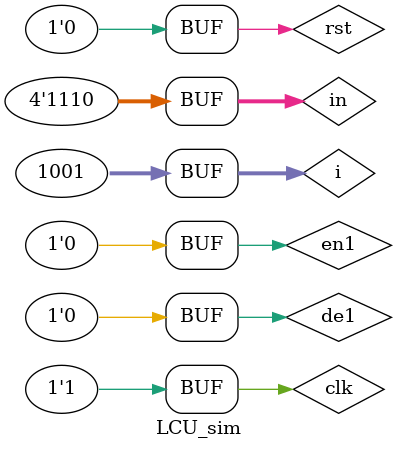
<source format=v>
`timescale 1ns / 1ps


module LCU_sim();
reg[3:0]in;
reg en1,de1,rst,clk;
wire[3:0]out;
wire full,emp;

integer i;
initial
begin
clk=1'b0;
for(i=0;i<=1000;i=i+1)
#5 clk=~clk;
end

initial
begin
#3 rst=1'b1;
#3 rst=1'b0;
end

initial
begin
in=4'b1111;
#100 in=4'b1110;
end

initial
begin
en1=1'b0;
#22 en1=~en1;
#22 en1=~en1;
#22 en1=~en1;
#22 en1=~en1;
#22 en1=~en1;
#22 en1=~en1;
#22 en1=~en1;
#22 en1=~en1;
#22 en1=~en1;
#22 en1=~en1;
end

initial
begin
de1=1'b0;
#500 de1=~de1;
#22 de1=~de1;
#22 de1=~de1;
#22 de1=~de1;
#22 de1=~de1;
#22 de1=~de1;
#22 de1=~de1;
#22 de1=~de1;
#22 de1=~de1;
#22 de1=~de1;
end

LCU   LCU_sim(in,en1,de1,rst,clk,out,full,emp);
endmodule

</source>
